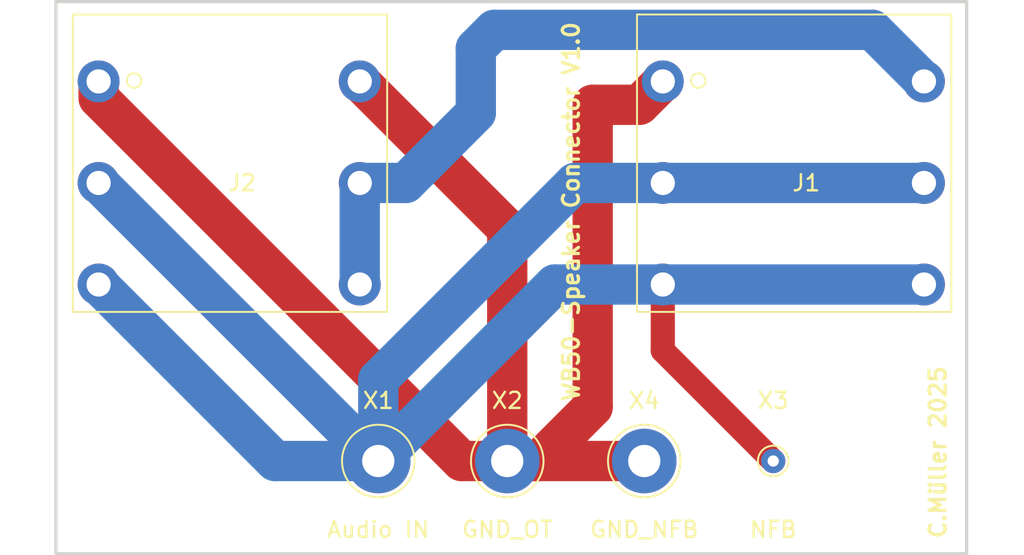
<source format=kicad_pcb>
(kicad_pcb (version 20241229) (generator "pcbnew") (generator_version "9.0")
  (layers (0 "F.Cu" signal) (2 "B.Cu" signal) (13 "F.Paste" user) (15 "B.Paste" user) (5 "F.SilkS" user "F.Silkscreen") (7 "B.SilkS" user "B.Silkscreen") (1 "F.Mask" user) (3 "B.Mask" user) (25 "Edge.Cuts" user))
  (net 0 "")
  (net 1 "Net-(J1-Pad2)")
  (net 2 "Net-(J1-Pad6)")
  (net 3 "Net-(J1-Pad1)")
  (footprint "TestPoint:TestPoint_THTPad_D4.0mm_Drill2.0mm" (layer "F.Cu") (at 106.45 132.35)
    (property "Reference" "X4" (at 0 -3.75 0) (layer "F.SilkS"))
    (property "Value" "GND_NFB" (at 0 4.25 0) (layer "F.SilkS"))
    (fp_circle (center 0 0) (end 0 2.25) (stroke (width 0.12)) (fill no) (layer "F.SilkS"))
    (pad "1" thru_hole circle (at 0 0) (size 4 4) (drill 2) (layers "*.Cu" "*.Mask") (net 3 "Net-(J1-Pad1)"))
  )
  (footprint "wb50_footprints:WB50_Jack_TRS_6pin_16.2mm" (layer "F.Cu") (at 115.7 115.1 180)
    (property "Reference" "J1" (at -0.8 0 0) (layer "F.SilkS"))
    (property "Value" "Audio Jack TRS, 6pin (with switches)")
    (fp_line (start 9.7 10.45) (end -9.8 10.45) (stroke (width 0.12)) (layer "F.SilkS"))
    (fp_line (start 9.7 -8) (end 9.7 10.45) (stroke (width 0.12)) (layer "F.SilkS"))
    (fp_line (start -9.8 10.45) (end -9.8 -8) (stroke (width 0.12)) (layer "F.SilkS"))
    (fp_line (start -9.8 -8) (end 9.7 -8) (stroke (width 0.12)) (layer "F.SilkS"))
    (fp_circle (center 5.9 6.35) (end 5.9 5.9) (stroke (width 0.12)) (fill no) (layer "F.SilkS"))
    (pad "1" thru_hole circle (at 8.1 6.3 90) (size 2.6 2.6) (drill 1.5) (layers "*.Cu" "*.Mask") (net 3 "Net-(J1-Pad1)"))
    (pad "2" thru_hole circle (at 8.1 0 90) (size 2.6 2.6) (drill 1.5) (layers "*.Cu" "*.Mask") (net 1 "Net-(J1-Pad2)"))
    (pad "3" thru_hole circle (at 8.1 -6.3 90) (size 2.6 2.6) (drill 1.5) (layers "*.Cu" "*.Mask") (net 1 "Net-(J1-Pad2)"))
    (pad "4" thru_hole circle (at -8.1 -6.3 90) (size 2.6 2.6) (drill 1.5) (layers "*.Cu" "*.Mask") (net 1 "Net-(J1-Pad2)"))
    (pad "5" thru_hole circle (at -8.1 0 90) (size 2.6 2.6) (drill 1.5) (layers "*.Cu" "*.Mask") (net 1 "Net-(J1-Pad2)"))
    (pad "6" thru_hole circle (at -8.1 6.3 90) (size 2.6 2.6) (drill 1.5) (layers "*.Cu" "*.Mask") (net 2 "Net-(J1-Pad6)"))
  )
  (footprint "wb50_footprints:WB50_Jack_TRS_6pin_16.2mm" (layer "F.Cu") (at 80.7 115.1 180)
    (property "Reference" "J2" (at -0.8 0 0) (layer "F.SilkS"))
    (property "Value" "Audio Jack TRS, 6pin (with switches)")
    (fp_line (start 9.7 10.45) (end -9.8 10.45) (stroke (width 0.12)) (layer "F.SilkS"))
    (fp_line (start 9.7 -8) (end 9.7 10.45) (stroke (width 0.12)) (layer "F.SilkS"))
    (fp_line (start -9.8 10.45) (end -9.8 -8) (stroke (width 0.12)) (layer "F.SilkS"))
    (fp_line (start -9.8 -8) (end 9.7 -8) (stroke (width 0.12)) (layer "F.SilkS"))
    (fp_circle (center 5.9 6.35) (end 5.9 5.9) (stroke (width 0.12)) (fill no) (layer "F.SilkS"))
    (pad "1" thru_hole circle (at 8.1 6.3 90) (size 2.6 2.6) (drill 1.5) (layers "*.Cu" "*.Mask") (net 3 "Net-(J1-Pad1)"))
    (pad "2" thru_hole circle (at 8.1 0 90) (size 2.6 2.6) (drill 1.5) (layers "*.Cu" "*.Mask") (net 1 "Net-(J1-Pad2)"))
    (pad "3" thru_hole circle (at 8.1 -6.3 90) (size 2.6 2.6) (drill 1.5) (layers "*.Cu" "*.Mask") (net 1 "Net-(J1-Pad2)"))
    (pad "4" thru_hole circle (at -8.1 -6.3 90) (size 2.6 2.6) (drill 1.5) (layers "*.Cu" "*.Mask") (net 2 "Net-(J1-Pad6)"))
    (pad "5" thru_hole circle (at -8.1 0 90) (size 2.6 2.6) (drill 1.5) (layers "*.Cu" "*.Mask") (net 2 "Net-(J1-Pad6)"))
    (pad "6" thru_hole circle (at -8.1 6.3 90) (size 2.6 2.6) (drill 1.5) (layers "*.Cu" "*.Mask") (net 3 "Net-(J1-Pad1)"))
  )
  (footprint "TestPoint:TestPoint_THTPad_D1.5mm_Drill0.7mm" (layer "F.Cu") (at 114.45 132.35)
    (property "Reference" "X3" (at 0 -3.75 0) (layer "F.SilkS"))
    (property "Value" "NFB" (at 0 4.25 0) (layer "F.SilkS"))
    (fp_circle (center 0 0) (end 0 0.95) (stroke (width 0.12)) (fill no) (layer "F.SilkS"))
    (pad "1" thru_hole circle (at 0 0) (size 1.5 1.5) (drill 0.7) (layers "*.Cu" "*.Mask") (net 1 "Net-(J1-Pad2)"))
  )
  (footprint "TestPoint:TestPoint_THTPad_D4.0mm_Drill2.0mm" (layer "F.Cu") (at 97.95 132.35)
    (property "Reference" "X2" (at 0 -3.75 0) (layer "F.SilkS"))
    (property "Value" "GND_OT" (at 0 4.25 0) (layer "F.SilkS"))
    (fp_circle (center 0 0) (end 0 2.25) (stroke (width 0.12)) (fill no) (layer "F.SilkS"))
    (pad "1" thru_hole circle (at 0 0) (size 4 4) (drill 2) (layers "*.Cu" "*.Mask") (net 3 "Net-(J1-Pad1)"))
  )
  (footprint "TestPoint:TestPoint_THTPad_D4.0mm_Drill2.0mm" (layer "F.Cu") (at 89.95 132.35)
    (property "Reference" "X1" (at 0 -3.75 0) (layer "F.SilkS"))
    (property "Value" "Audio IN" (at 0 4.25 0) (layer "F.SilkS"))
    (fp_circle (center 0 0) (end 0 2.25) (stroke (width 0.12)) (fill no) (layer "F.SilkS"))
    (pad "1" thru_hole circle (at 0 0) (size 4 4) (drill 2) (layers "*.Cu" "*.Mask") (net 1 "Net-(J1-Pad2)"))
  )
  (gr_rect (start 69.95 103.85) (end 126.45 138.1) (stroke (width 0.2)) (fill no) (layer "Edge.Cuts"))
  (gr_text "C.Müller 2025" (at 125.25 137.25 90) (layer "F.SilkS") (effects (font (size 1 1) (thickness 0.2) (bold yes)) (justify left bottom)))
  (gr_text "WB50-Speaker Connector V1.0" (at 102.5 128.75 90) (layer "F.SilkS") (effects (font (size 1 1) (thickness 0.2)) (justify left bottom)))
  (segment (start 107.6 121.4) (end 107.6 125.5) (width 1.5) (layer "F.Cu") (net 1))
  (segment (start 107.6 125.5) (end 114.45 132.35) (width 1.5) (layer "F.Cu") (net 1))
  (segment (start 102.15 115.1) (end 107.6 115.1) (width 2.5) (layer "B.Cu") (net 1))
  (segment (start 100.9 121.4) (end 107.6 121.4) (width 2.5) (layer "B.Cu") (net 1))
  (segment (start 89.85 132.35) (end 72.6 115.1) (width 2.5) (layer "B.Cu") (net 1))
  (segment (start 89.95 132.35) (end 89.85 132.35) (width 2.5) (layer "B.Cu") (net 1))
  (segment (start 83.55 132.35) (end 72.6 121.4) (width 2.5) (layer "B.Cu") (net 1))
  (segment (start 89.95 127.3) (end 102.15 115.1) (width 2.5) (layer "B.Cu") (net 1))
  (segment (start 89.95 132.35) (end 83.55 132.35) (width 2.5) (layer "B.Cu") (net 1))
  (segment (start 107.6 121.4) (end 123.8 121.4) (width 2.5) (layer "B.Cu") (net 1))
  (segment (start 107.6 115.1) (end 123.8 115.1) (width 2.5) (layer "B.Cu") (net 1))
  (segment (start 89.95 132.35) (end 100.9 121.4) (width 2.5) (layer "B.Cu") (net 1))
  (segment (start 89.95 132.35) (end 89.95 127.3) (width 2.5) (layer "B.Cu") (net 1))
  (segment (start 88.8 115.1) (end 88.8 121.4) (width 2.5) (layer "B.Cu") (net 2))
  (segment (start 91.65 115.1) (end 88.8 115.1) (width 2.5) (layer "B.Cu") (net 2))
  (segment (start 123.8 108.8) (end 120.601 105.601) (width 2.5) (layer "B.Cu") (net 2))
  (segment (start 97.149 105.601) (end 96 106.75) (width 2.5) (layer "B.Cu") (net 2))
  (segment (start 96 110.75) (end 91.65 115.1) (width 2.5) (layer "B.Cu") (net 2))
  (segment (start 120.601 105.601) (end 97.149 105.601) (width 2.5) (layer "B.Cu") (net 2))
  (segment (start 96 106.75) (end 96 110.75) (width 2.5) (layer "B.Cu") (net 2))
  (segment (start 97.95 132.35) (end 97.95 117.95) (width 2.5) (layer "F.Cu") (net 3))
  (segment (start 97.95 132.35) (end 99.9 132.35) (width 2.5) (layer "F.Cu") (net 3))
  (segment (start 97.95 132.35) (end 95.121573 132.35) (width 2.5) (layer "F.Cu") (net 3))
  (segment (start 103.25 129) (end 103.25 110.25) (width 2.5) (layer "F.Cu") (net 3))
  (segment (start 97.95 117.95) (end 88.8 108.8) (width 2.5) (layer "F.Cu") (net 3))
  (segment (start 106.15 110.25) (end 107.6 108.8) (width 2.5) (layer "F.Cu") (net 3))
  (segment (start 103.25 110.25) (end 106.15 110.25) (width 2.5) (layer "F.Cu") (net 3))
  (segment (start 97.95 132.35) (end 106.45 132.35) (width 2.5) (layer "F.Cu") (net 3))
  (segment (start 72.6 109.828427) (end 72.6 108.8) (width 2.5) (layer "F.Cu") (net 3))
  (segment (start 95.121573 132.35) (end 72.6 109.828427) (width 2.5) (layer "F.Cu") (net 3))
  (segment (start 99.9 132.35) (end 103.25 129) (width 2.5) (layer "F.Cu") (net 3))
)
</source>
